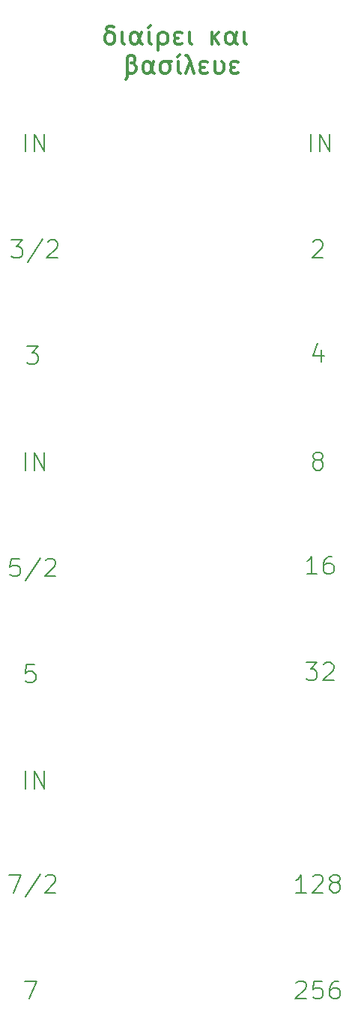
<source format=gbr>
G04 #@! TF.GenerationSoftware,KiCad,Pcbnew,(5.1.5-0)*
G04 #@! TF.CreationDate,2021-01-12T22:03:51-08:00*
G04 #@! TF.ProjectId,divideandconquer,64697669-6465-4616-9e64-636f6e717565,rev?*
G04 #@! TF.SameCoordinates,Original*
G04 #@! TF.FileFunction,Legend,Top*
G04 #@! TF.FilePolarity,Positive*
%FSLAX46Y46*%
G04 Gerber Fmt 4.6, Leading zero omitted, Abs format (unit mm)*
G04 Created by KiCad (PCBNEW (5.1.5-0)) date 2021-01-12 22:03:51*
%MOMM*%
%LPD*%
G04 APERTURE LIST*
%ADD10C,0.200000*%
%ADD11C,0.300000*%
G04 APERTURE END LIST*
D10*
X3183333Y-137654761D02*
X4421428Y-137654761D01*
X3754761Y-138416666D01*
X4040476Y-138416666D01*
X4230952Y-138511904D01*
X4326190Y-138607142D01*
X4421428Y-138797619D01*
X4421428Y-139273809D01*
X4326190Y-139464285D01*
X4230952Y-139559523D01*
X4040476Y-139654761D01*
X3469047Y-139654761D01*
X3278571Y-139559523D01*
X3183333Y-139464285D01*
X1433333Y-125654761D02*
X2671428Y-125654761D01*
X2004761Y-126416666D01*
X2290476Y-126416666D01*
X2480952Y-126511904D01*
X2576190Y-126607142D01*
X2671428Y-126797619D01*
X2671428Y-127273809D01*
X2576190Y-127464285D01*
X2480952Y-127559523D01*
X2290476Y-127654761D01*
X1719047Y-127654761D01*
X1528571Y-127559523D01*
X1433333Y-127464285D01*
X4957142Y-125559523D02*
X3242857Y-128130952D01*
X5528571Y-125845238D02*
X5623809Y-125750000D01*
X5814285Y-125654761D01*
X6290476Y-125654761D01*
X6480952Y-125750000D01*
X6576190Y-125845238D01*
X6671428Y-126035714D01*
X6671428Y-126226190D01*
X6576190Y-126511904D01*
X5433333Y-127654761D01*
X6671428Y-127654761D01*
X35302380Y-115654761D02*
X35302380Y-113654761D01*
X36254761Y-115654761D02*
X36254761Y-113654761D01*
X37397619Y-115654761D01*
X37397619Y-113654761D01*
X35528571Y-125845238D02*
X35623809Y-125750000D01*
X35814285Y-125654761D01*
X36290476Y-125654761D01*
X36480952Y-125750000D01*
X36576190Y-125845238D01*
X36671428Y-126035714D01*
X36671428Y-126226190D01*
X36576190Y-126511904D01*
X35433333Y-127654761D01*
X36671428Y-127654761D01*
X36480952Y-138071428D02*
X36480952Y-139404761D01*
X36004761Y-137309523D02*
X35528571Y-138738095D01*
X36766666Y-138738095D01*
X35909523Y-150511904D02*
X35719047Y-150416666D01*
X35623809Y-150321428D01*
X35528571Y-150130952D01*
X35528571Y-150035714D01*
X35623809Y-149845238D01*
X35719047Y-149750000D01*
X35909523Y-149654761D01*
X36290476Y-149654761D01*
X36480952Y-149750000D01*
X36576190Y-149845238D01*
X36671428Y-150035714D01*
X36671428Y-150130952D01*
X36576190Y-150321428D01*
X36480952Y-150416666D01*
X36290476Y-150511904D01*
X35909523Y-150511904D01*
X35719047Y-150607142D01*
X35623809Y-150702380D01*
X35528571Y-150892857D01*
X35528571Y-151273809D01*
X35623809Y-151464285D01*
X35719047Y-151559523D01*
X35909523Y-151654761D01*
X36290476Y-151654761D01*
X36480952Y-151559523D01*
X36576190Y-151464285D01*
X36671428Y-151273809D01*
X36671428Y-150892857D01*
X36576190Y-150702380D01*
X36480952Y-150607142D01*
X36290476Y-150511904D01*
X35969047Y-163404761D02*
X34826190Y-163404761D01*
X35397619Y-163404761D02*
X35397619Y-161404761D01*
X35207142Y-161690476D01*
X35016666Y-161880952D01*
X34826190Y-161976190D01*
X37683333Y-161404761D02*
X37302380Y-161404761D01*
X37111904Y-161500000D01*
X37016666Y-161595238D01*
X36826190Y-161880952D01*
X36730952Y-162261904D01*
X36730952Y-163023809D01*
X36826190Y-163214285D01*
X36921428Y-163309523D01*
X37111904Y-163404761D01*
X37492857Y-163404761D01*
X37683333Y-163309523D01*
X37778571Y-163214285D01*
X37873809Y-163023809D01*
X37873809Y-162547619D01*
X37778571Y-162357142D01*
X37683333Y-162261904D01*
X37492857Y-162166666D01*
X37111904Y-162166666D01*
X36921428Y-162261904D01*
X36826190Y-162357142D01*
X36730952Y-162547619D01*
X34730952Y-173404761D02*
X35969047Y-173404761D01*
X35302380Y-174166666D01*
X35588095Y-174166666D01*
X35778571Y-174261904D01*
X35873809Y-174357142D01*
X35969047Y-174547619D01*
X35969047Y-175023809D01*
X35873809Y-175214285D01*
X35778571Y-175309523D01*
X35588095Y-175404761D01*
X35016666Y-175404761D01*
X34826190Y-175309523D01*
X34730952Y-175214285D01*
X36730952Y-173595238D02*
X36826190Y-173500000D01*
X37016666Y-173404761D01*
X37492857Y-173404761D01*
X37683333Y-173500000D01*
X37778571Y-173595238D01*
X37873809Y-173785714D01*
X37873809Y-173976190D01*
X37778571Y-174261904D01*
X36635714Y-175404761D01*
X37873809Y-175404761D01*
X34766666Y-199404761D02*
X33623809Y-199404761D01*
X34195238Y-199404761D02*
X34195238Y-197404761D01*
X34004761Y-197690476D01*
X33814285Y-197880952D01*
X33623809Y-197976190D01*
X35528571Y-197595238D02*
X35623809Y-197500000D01*
X35814285Y-197404761D01*
X36290476Y-197404761D01*
X36480952Y-197500000D01*
X36576190Y-197595238D01*
X36671428Y-197785714D01*
X36671428Y-197976190D01*
X36576190Y-198261904D01*
X35433333Y-199404761D01*
X36671428Y-199404761D01*
X37814285Y-198261904D02*
X37623809Y-198166666D01*
X37528571Y-198071428D01*
X37433333Y-197880952D01*
X37433333Y-197785714D01*
X37528571Y-197595238D01*
X37623809Y-197500000D01*
X37814285Y-197404761D01*
X38195238Y-197404761D01*
X38385714Y-197500000D01*
X38480952Y-197595238D01*
X38576190Y-197785714D01*
X38576190Y-197880952D01*
X38480952Y-198071428D01*
X38385714Y-198166666D01*
X38195238Y-198261904D01*
X37814285Y-198261904D01*
X37623809Y-198357142D01*
X37528571Y-198452380D01*
X37433333Y-198642857D01*
X37433333Y-199023809D01*
X37528571Y-199214285D01*
X37623809Y-199309523D01*
X37814285Y-199404761D01*
X38195238Y-199404761D01*
X38385714Y-199309523D01*
X38480952Y-199214285D01*
X38576190Y-199023809D01*
X38576190Y-198642857D01*
X38480952Y-198452380D01*
X38385714Y-198357142D01*
X38195238Y-198261904D01*
X33623809Y-209595238D02*
X33719047Y-209500000D01*
X33909523Y-209404761D01*
X34385714Y-209404761D01*
X34576190Y-209500000D01*
X34671428Y-209595238D01*
X34766666Y-209785714D01*
X34766666Y-209976190D01*
X34671428Y-210261904D01*
X33528571Y-211404761D01*
X34766666Y-211404761D01*
X36576190Y-209404761D02*
X35623809Y-209404761D01*
X35528571Y-210357142D01*
X35623809Y-210261904D01*
X35814285Y-210166666D01*
X36290476Y-210166666D01*
X36480952Y-210261904D01*
X36576190Y-210357142D01*
X36671428Y-210547619D01*
X36671428Y-211023809D01*
X36576190Y-211214285D01*
X36480952Y-211309523D01*
X36290476Y-211404761D01*
X35814285Y-211404761D01*
X35623809Y-211309523D01*
X35528571Y-211214285D01*
X38385714Y-209404761D02*
X38004761Y-209404761D01*
X37814285Y-209500000D01*
X37719047Y-209595238D01*
X37528571Y-209880952D01*
X37433333Y-210261904D01*
X37433333Y-211023809D01*
X37528571Y-211214285D01*
X37623809Y-211309523D01*
X37814285Y-211404761D01*
X38195238Y-211404761D01*
X38385714Y-211309523D01*
X38480952Y-211214285D01*
X38576190Y-211023809D01*
X38576190Y-210547619D01*
X38480952Y-210357142D01*
X38385714Y-210261904D01*
X38195238Y-210166666D01*
X37814285Y-210166666D01*
X37623809Y-210261904D01*
X37528571Y-210357142D01*
X37433333Y-210547619D01*
X2933333Y-209404761D02*
X4266666Y-209404761D01*
X3409523Y-211404761D01*
X1183333Y-197404761D02*
X2516666Y-197404761D01*
X1659523Y-199404761D01*
X4707142Y-197309523D02*
X2992857Y-199880952D01*
X5278571Y-197595238D02*
X5373809Y-197500000D01*
X5564285Y-197404761D01*
X6040476Y-197404761D01*
X6230952Y-197500000D01*
X6326190Y-197595238D01*
X6421428Y-197785714D01*
X6421428Y-197976190D01*
X6326190Y-198261904D01*
X5183333Y-199404761D01*
X6421428Y-199404761D01*
X2326190Y-161654761D02*
X1373809Y-161654761D01*
X1278571Y-162607142D01*
X1373809Y-162511904D01*
X1564285Y-162416666D01*
X2040476Y-162416666D01*
X2230952Y-162511904D01*
X2326190Y-162607142D01*
X2421428Y-162797619D01*
X2421428Y-163273809D01*
X2326190Y-163464285D01*
X2230952Y-163559523D01*
X2040476Y-163654761D01*
X1564285Y-163654761D01*
X1373809Y-163559523D01*
X1278571Y-163464285D01*
X4707142Y-161559523D02*
X2992857Y-164130952D01*
X5278571Y-161845238D02*
X5373809Y-161750000D01*
X5564285Y-161654761D01*
X6040476Y-161654761D01*
X6230952Y-161750000D01*
X6326190Y-161845238D01*
X6421428Y-162035714D01*
X6421428Y-162226190D01*
X6326190Y-162511904D01*
X5183333Y-163654761D01*
X6421428Y-163654761D01*
X4076190Y-173654761D02*
X3123809Y-173654761D01*
X3028571Y-174607142D01*
X3123809Y-174511904D01*
X3314285Y-174416666D01*
X3790476Y-174416666D01*
X3980952Y-174511904D01*
X4076190Y-174607142D01*
X4171428Y-174797619D01*
X4171428Y-175273809D01*
X4076190Y-175464285D01*
X3980952Y-175559523D01*
X3790476Y-175654761D01*
X3314285Y-175654761D01*
X3123809Y-175559523D01*
X3028571Y-175464285D01*
X3052380Y-187654761D02*
X3052380Y-185654761D01*
X4004761Y-187654761D02*
X4004761Y-185654761D01*
X5147619Y-187654761D01*
X5147619Y-185654761D01*
X3052380Y-151654761D02*
X3052380Y-149654761D01*
X4004761Y-151654761D02*
X4004761Y-149654761D01*
X5147619Y-151654761D01*
X5147619Y-149654761D01*
X3052380Y-115654761D02*
X3052380Y-113654761D01*
X4004761Y-115654761D02*
X4004761Y-113654761D01*
X5147619Y-115654761D01*
X5147619Y-113654761D01*
D11*
X12702380Y-102171428D02*
X12416666Y-102171428D01*
X12226190Y-102266666D01*
X12130952Y-102361904D01*
X12035714Y-102552380D01*
X12035714Y-103123809D01*
X12130952Y-103314285D01*
X12226190Y-103409523D01*
X12416666Y-103504761D01*
X12702380Y-103504761D01*
X12892857Y-103409523D01*
X12988095Y-103314285D01*
X13083333Y-103123809D01*
X13083333Y-102552380D01*
X12988095Y-102361904D01*
X12892857Y-102266666D01*
X12702380Y-102171428D01*
X12416666Y-102076190D01*
X12226190Y-101980952D01*
X12130952Y-101790476D01*
X12226190Y-101600000D01*
X12416666Y-101504761D01*
X12797619Y-101504761D01*
X12988095Y-101600000D01*
X13940476Y-102171428D02*
X13940476Y-103219047D01*
X14035714Y-103409523D01*
X14226190Y-103504761D01*
X16130952Y-102171428D02*
X15845238Y-103123809D01*
X15750000Y-103314285D01*
X15654761Y-103409523D01*
X15464285Y-103504761D01*
X15273809Y-103504761D01*
X15083333Y-103409523D01*
X14988095Y-103314285D01*
X14892857Y-103028571D01*
X14892857Y-102647619D01*
X14988095Y-102361904D01*
X15083333Y-102266666D01*
X15273809Y-102171428D01*
X15464285Y-102171428D01*
X15654761Y-102266666D01*
X15750000Y-102361904D01*
X15845238Y-102552380D01*
X15940476Y-103219047D01*
X16035714Y-103409523D01*
X16226190Y-103504761D01*
X16988095Y-102171428D02*
X16988095Y-103219047D01*
X17083333Y-103409523D01*
X17273809Y-103504761D01*
X17178571Y-101409523D02*
X16892857Y-101695238D01*
X18035714Y-104171428D02*
X18035714Y-102552380D01*
X18130952Y-102361904D01*
X18226190Y-102266666D01*
X18416666Y-102171428D01*
X18702380Y-102171428D01*
X18892857Y-102266666D01*
X18988095Y-102361904D01*
X19083333Y-102552380D01*
X19083333Y-103123809D01*
X18988095Y-103314285D01*
X18892857Y-103409523D01*
X18702380Y-103504761D01*
X18416666Y-103504761D01*
X18226190Y-103409523D01*
X18035714Y-103219047D01*
X20130952Y-102838095D02*
X19940476Y-102933333D01*
X19845238Y-103123809D01*
X19845238Y-103219047D01*
X19940476Y-103409523D01*
X20130952Y-103504761D01*
X20511904Y-103504761D01*
X20702380Y-103409523D01*
X20321428Y-102838095D02*
X20130952Y-102838095D01*
X19940476Y-102742857D01*
X19845238Y-102552380D01*
X19845238Y-102457142D01*
X19940476Y-102266666D01*
X20130952Y-102171428D01*
X20511904Y-102171428D01*
X20702380Y-102266666D01*
X21559523Y-102171428D02*
X21559523Y-103219047D01*
X21654761Y-103409523D01*
X21845238Y-103504761D01*
X24130952Y-102171428D02*
X24130952Y-103504761D01*
X24321428Y-102742857D02*
X24892857Y-103504761D01*
X24892857Y-102171428D02*
X24130952Y-102933333D01*
X26892857Y-102171428D02*
X26607142Y-103123809D01*
X26511904Y-103314285D01*
X26416666Y-103409523D01*
X26226190Y-103504761D01*
X26035714Y-103504761D01*
X25845238Y-103409523D01*
X25750000Y-103314285D01*
X25654761Y-103028571D01*
X25654761Y-102647619D01*
X25750000Y-102361904D01*
X25845238Y-102266666D01*
X26035714Y-102171428D01*
X26226190Y-102171428D01*
X26416666Y-102266666D01*
X26511904Y-102361904D01*
X26607142Y-102552380D01*
X26702380Y-103219047D01*
X26797619Y-103409523D01*
X26988095Y-103504761D01*
X27750000Y-102171428D02*
X27750000Y-103219047D01*
X27845238Y-103409523D01*
X28035714Y-103504761D01*
X15130952Y-105661904D02*
X15321428Y-105757142D01*
X15416666Y-105852380D01*
X15511904Y-106042857D01*
X15511904Y-106423809D01*
X15416666Y-106614285D01*
X15321428Y-106709523D01*
X15130952Y-106804761D01*
X14845238Y-106804761D01*
X14654761Y-106709523D01*
X14559523Y-106614285D01*
X14369047Y-107471428D02*
X14464285Y-107376190D01*
X14559523Y-107185714D01*
X14559523Y-105090476D01*
X14654761Y-104900000D01*
X14845238Y-104804761D01*
X15130952Y-104804761D01*
X15321428Y-104900000D01*
X15416666Y-105090476D01*
X15416666Y-105376190D01*
X15321428Y-105566666D01*
X15130952Y-105661904D01*
X14940476Y-105661904D01*
X17511904Y-105471428D02*
X17226190Y-106423809D01*
X17130952Y-106614285D01*
X17035714Y-106709523D01*
X16845238Y-106804761D01*
X16654761Y-106804761D01*
X16464285Y-106709523D01*
X16369047Y-106614285D01*
X16273809Y-106328571D01*
X16273809Y-105947619D01*
X16369047Y-105661904D01*
X16464285Y-105566666D01*
X16654761Y-105471428D01*
X16845238Y-105471428D01*
X17035714Y-105566666D01*
X17130952Y-105661904D01*
X17226190Y-105852380D01*
X17321428Y-106519047D01*
X17416666Y-106709523D01*
X17607142Y-106804761D01*
X19511904Y-105471428D02*
X18654761Y-105471428D01*
X18464285Y-105566666D01*
X18369047Y-105661904D01*
X18273809Y-105852380D01*
X18273809Y-106423809D01*
X18369047Y-106614285D01*
X18464285Y-106709523D01*
X18654761Y-106804761D01*
X18940476Y-106804761D01*
X19130952Y-106709523D01*
X19226190Y-106614285D01*
X19321428Y-106423809D01*
X19321428Y-105852380D01*
X19226190Y-105661904D01*
X19130952Y-105566666D01*
X18940476Y-105471428D01*
X20273809Y-105471428D02*
X20273809Y-106519047D01*
X20369047Y-106709523D01*
X20559523Y-106804761D01*
X20464285Y-104709523D02*
X20178571Y-104995238D01*
X21607142Y-105471428D02*
X21130952Y-106804761D01*
X21130952Y-104804761D02*
X21321428Y-104804761D01*
X21416666Y-104900000D01*
X21607142Y-105471428D01*
X22083333Y-106804761D01*
X23035714Y-106138095D02*
X22845238Y-106233333D01*
X22750000Y-106423809D01*
X22750000Y-106519047D01*
X22845238Y-106709523D01*
X23035714Y-106804761D01*
X23416666Y-106804761D01*
X23607142Y-106709523D01*
X23226190Y-106138095D02*
X23035714Y-106138095D01*
X22845238Y-106042857D01*
X22750000Y-105852380D01*
X22750000Y-105757142D01*
X22845238Y-105566666D01*
X23035714Y-105471428D01*
X23416666Y-105471428D01*
X23607142Y-105566666D01*
X24464285Y-105471428D02*
X24464285Y-106519047D01*
X24559523Y-106709523D01*
X24750000Y-106804761D01*
X25035714Y-106804761D01*
X25226190Y-106709523D01*
X25321428Y-106614285D01*
X25416666Y-106423809D01*
X25416666Y-105757142D01*
X25321428Y-105566666D01*
X25226190Y-105471428D01*
X26464285Y-106138095D02*
X26273809Y-106233333D01*
X26178571Y-106423809D01*
X26178571Y-106519047D01*
X26273809Y-106709523D01*
X26464285Y-106804761D01*
X26845238Y-106804761D01*
X27035714Y-106709523D01*
X26654761Y-106138095D02*
X26464285Y-106138095D01*
X26273809Y-106042857D01*
X26178571Y-105852380D01*
X26178571Y-105757142D01*
X26273809Y-105566666D01*
X26464285Y-105471428D01*
X26845238Y-105471428D01*
X27035714Y-105566666D01*
M02*

</source>
